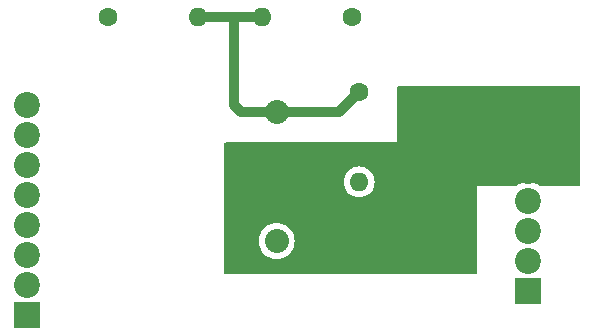
<source format=gbr>
%TF.GenerationSoftware,KiCad,Pcbnew,8.0.1*%
%TF.CreationDate,2024-06-15T21:44:37+02:00*%
%TF.ProjectId,Makita_Akku_MOSFET_Platine,4d616b69-7461-45f4-916b-6b755f4d4f53,rev?*%
%TF.SameCoordinates,Original*%
%TF.FileFunction,Copper,L4,Bot*%
%TF.FilePolarity,Positive*%
%FSLAX46Y46*%
G04 Gerber Fmt 4.6, Leading zero omitted, Abs format (unit mm)*
G04 Created by KiCad (PCBNEW 8.0.1) date 2024-06-15 21:44:37*
%MOMM*%
%LPD*%
G01*
G04 APERTURE LIST*
%TA.AperFunction,ComponentPad*%
%ADD10R,2.200000X2.200000*%
%TD*%
%TA.AperFunction,ComponentPad*%
%ADD11C,2.200000*%
%TD*%
%TA.AperFunction,ComponentPad*%
%ADD12C,1.600000*%
%TD*%
%TA.AperFunction,ComponentPad*%
%ADD13O,1.600000X1.600000*%
%TD*%
%TA.AperFunction,ComponentPad*%
%ADD14C,2.032000*%
%TD*%
%TA.AperFunction,Conductor*%
%ADD15C,0.812800*%
%TD*%
G04 APERTURE END LIST*
D10*
%TO.P,J2,1,Pin_1*%
%TO.N,/VCC*%
X73342500Y-47466250D03*
D11*
%TO.P,J2,2,Pin_2*%
X73342500Y-44926250D03*
%TO.P,J2,3,Pin_3*%
X73342500Y-42386250D03*
%TO.P,J2,4,Pin_4*%
%TO.N,unconnected-(J2-Pin_4-Pad4)*%
X73342500Y-39846250D03*
%TO.P,J2,5,Pin_5*%
%TO.N,/GND_Drain*%
X73342500Y-37306250D03*
%TO.P,J2,6,Pin_6*%
X73342500Y-34766250D03*
%TO.P,J2,7,Pin_7*%
X73342500Y-32226250D03*
%TD*%
D12*
%TO.P,R2,1*%
%TO.N,/GND_Source*%
X58420000Y-24288750D03*
D13*
%TO.P,R2,2*%
%TO.N,Net-(U1-G)*%
X50800000Y-24288750D03*
%TD*%
D12*
%TO.P,R1,1*%
%TO.N,/Vgs*%
X37782500Y-24288750D03*
D13*
%TO.P,R1,2*%
%TO.N,Net-(U1-G)*%
X45402500Y-24288750D03*
%TD*%
D10*
%TO.P,J1,1,Pin_1*%
%TO.N,/VCC*%
X30956250Y-49530000D03*
D11*
%TO.P,J1,2,Pin_2*%
X30956250Y-46990000D03*
%TO.P,J1,3,Pin_3*%
X30956250Y-44450000D03*
%TO.P,J1,4,Pin_4*%
%TO.N,unconnected-(J1-Pin_4-Pad4)*%
X30956250Y-41910000D03*
%TO.P,J1,5,Pin_5*%
%TO.N,/GND_Source*%
X30956250Y-39370000D03*
%TO.P,J1,6,Pin_6*%
X30956250Y-36830000D03*
%TO.P,J1,7,Pin_7*%
X30956250Y-34290000D03*
%TO.P,J1,8,Pin_8*%
%TO.N,/Vgs*%
X30956250Y-31750000D03*
%TD*%
D14*
%TO.P,U1,3,S*%
%TO.N,/GND_Source*%
X52070000Y-43264999D03*
%TO.P,U1,2,D*%
%TO.N,/GND_Drain*%
X52070000Y-37824999D03*
%TO.P,U1,1,G*%
%TO.N,Net-(U1-G)*%
X52070000Y-32385000D03*
%TD*%
D13*
%TO.P,R3,2*%
%TO.N,/GND_Source*%
X59055000Y-38258750D03*
D12*
%TO.P,R3,1*%
%TO.N,Net-(U1-G)*%
X59055000Y-30638750D03*
%TD*%
D15*
%TO.N,Net-(U1-G)*%
X48418750Y-24288750D02*
X47783750Y-24288750D01*
X49053750Y-32385000D02*
X48418750Y-31750000D01*
X52070000Y-32385000D02*
X57308750Y-32385000D01*
X48418750Y-31750000D02*
X48418750Y-24288750D01*
X57308750Y-32385000D02*
X59055000Y-30638750D01*
X47783750Y-24288750D02*
X45402500Y-24288750D01*
X52070000Y-32385000D02*
X49053750Y-32385000D01*
X50800000Y-24288750D02*
X48418750Y-24288750D01*
%TD*%
%TA.AperFunction,Conductor*%
%TO.N,/GND_Drain*%
G36*
X77730539Y-30182185D02*
G01*
X77776294Y-30234989D01*
X77787500Y-30286500D01*
X77787500Y-38452250D01*
X77767815Y-38519289D01*
X77715011Y-38565044D01*
X77663500Y-38576250D01*
X74365667Y-38576250D01*
X74298628Y-38556565D01*
X74290119Y-38550242D01*
X74290096Y-38550275D01*
X74286163Y-38547417D01*
X74286159Y-38547414D01*
X74286154Y-38547411D01*
X74286150Y-38547408D01*
X74071359Y-38415783D01*
X73838610Y-38319376D01*
X73593651Y-38260567D01*
X73342500Y-38240801D01*
X73091348Y-38260567D01*
X72846389Y-38319376D01*
X72613640Y-38415783D01*
X72398849Y-38547408D01*
X72394904Y-38550275D01*
X72394073Y-38549132D01*
X72336113Y-38575109D01*
X72319333Y-38576250D01*
X69056250Y-38576250D01*
X69056250Y-45913500D01*
X69036565Y-45980539D01*
X68983761Y-46026294D01*
X68932250Y-46037500D01*
X49371250Y-46037500D01*
X47749000Y-46037500D01*
X47681961Y-46017815D01*
X47636206Y-45965011D01*
X47625000Y-45913500D01*
X47625000Y-43264999D01*
X50548811Y-43264999D01*
X50567538Y-43502962D01*
X50623261Y-43735067D01*
X50714608Y-43955599D01*
X50714610Y-43955603D01*
X50714611Y-43955604D01*
X50839332Y-44159131D01*
X50994357Y-44340642D01*
X51175868Y-44495667D01*
X51379395Y-44620388D01*
X51379397Y-44620388D01*
X51379399Y-44620390D01*
X51455071Y-44651734D01*
X51599927Y-44711736D01*
X51832034Y-44767460D01*
X52070000Y-44786188D01*
X52307966Y-44767460D01*
X52540073Y-44711736D01*
X52760605Y-44620388D01*
X52964132Y-44495667D01*
X53145643Y-44340642D01*
X53300668Y-44159131D01*
X53425389Y-43955604D01*
X53516737Y-43735072D01*
X53572461Y-43502965D01*
X53591189Y-43264999D01*
X53572461Y-43027033D01*
X53516737Y-42794926D01*
X53425389Y-42574394D01*
X53300668Y-42370867D01*
X53145643Y-42189356D01*
X52964132Y-42034331D01*
X52760605Y-41909610D01*
X52760604Y-41909609D01*
X52760600Y-41909607D01*
X52540068Y-41818260D01*
X52307962Y-41762537D01*
X52307963Y-41762537D01*
X52070000Y-41743810D01*
X51832036Y-41762537D01*
X51599931Y-41818260D01*
X51379399Y-41909607D01*
X51175867Y-42034331D01*
X50994357Y-42189356D01*
X50839332Y-42370866D01*
X50714608Y-42574398D01*
X50623261Y-42794930D01*
X50567538Y-43027035D01*
X50548811Y-43264999D01*
X47625000Y-43264999D01*
X47625000Y-38258751D01*
X57749532Y-38258751D01*
X57769364Y-38485436D01*
X57769366Y-38485447D01*
X57828258Y-38705238D01*
X57828261Y-38705247D01*
X57924431Y-38911482D01*
X57924432Y-38911484D01*
X58054954Y-39097891D01*
X58215858Y-39258795D01*
X58215861Y-39258797D01*
X58402266Y-39389318D01*
X58608504Y-39485489D01*
X58828308Y-39544385D01*
X58990230Y-39558551D01*
X59054998Y-39564218D01*
X59055000Y-39564218D01*
X59055002Y-39564218D01*
X59111673Y-39559259D01*
X59281692Y-39544385D01*
X59501496Y-39485489D01*
X59707734Y-39389318D01*
X59894139Y-39258797D01*
X60055047Y-39097889D01*
X60185568Y-38911484D01*
X60281739Y-38705246D01*
X60340635Y-38485442D01*
X60360468Y-38258750D01*
X60340635Y-38032058D01*
X60281739Y-37812254D01*
X60185568Y-37606016D01*
X60055047Y-37419611D01*
X60055045Y-37419608D01*
X59894141Y-37258704D01*
X59707734Y-37128182D01*
X59707732Y-37128181D01*
X59501497Y-37032011D01*
X59501488Y-37032008D01*
X59281697Y-36973116D01*
X59281693Y-36973115D01*
X59281692Y-36973115D01*
X59281691Y-36973114D01*
X59281686Y-36973114D01*
X59055002Y-36953282D01*
X59054998Y-36953282D01*
X58828313Y-36973114D01*
X58828302Y-36973116D01*
X58608511Y-37032008D01*
X58608502Y-37032011D01*
X58402267Y-37128181D01*
X58402265Y-37128182D01*
X58215858Y-37258704D01*
X58054954Y-37419608D01*
X57924432Y-37606015D01*
X57924431Y-37606017D01*
X57828261Y-37812252D01*
X57828258Y-37812261D01*
X57769366Y-38032052D01*
X57769364Y-38032063D01*
X57749532Y-38258748D01*
X57749532Y-38258751D01*
X47625000Y-38258751D01*
X47625000Y-35049000D01*
X47644685Y-34981961D01*
X47697489Y-34936206D01*
X47749000Y-34925000D01*
X62230000Y-34925000D01*
X62230000Y-30286500D01*
X62249685Y-30219461D01*
X62302489Y-30173706D01*
X62354000Y-30162500D01*
X77663500Y-30162500D01*
X77730539Y-30182185D01*
G37*
%TD.AperFunction*%
%TD*%
M02*

</source>
